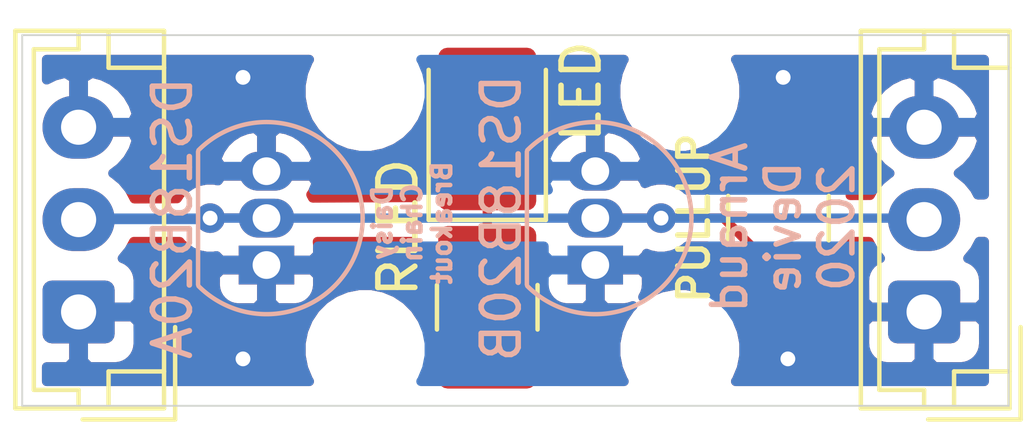
<source format=kicad_pcb>
(kicad_pcb (version 20171130) (host pcbnew 5.1.6-c6e7f7d~86~ubuntu18.04.1)

  (general
    (thickness 1.6)
    (drawings 6)
    (tracks 20)
    (zones 0)
    (modules 11)
    (nets 5)
  )

  (page A4)
  (layers
    (0 F.Cu signal)
    (31 B.Cu signal)
    (32 B.Adhes user)
    (33 F.Adhes user)
    (34 B.Paste user)
    (35 F.Paste user)
    (36 B.SilkS user)
    (37 F.SilkS user)
    (38 B.Mask user)
    (39 F.Mask user)
    (40 Dwgs.User user hide)
    (41 Cmts.User user hide)
    (42 Eco1.User user hide)
    (43 Eco2.User user hide)
    (44 Edge.Cuts user)
    (45 Margin user hide)
    (46 B.CrtYd user hide)
    (47 F.CrtYd user hide)
    (48 B.Fab user hide)
    (49 F.Fab user hide)
  )

  (setup
    (last_trace_width 0.25)
    (trace_clearance 0.2)
    (zone_clearance 0.508)
    (zone_45_only no)
    (trace_min 0.2)
    (via_size 0.8)
    (via_drill 0.4)
    (via_min_size 0.4)
    (via_min_drill 0.3)
    (uvia_size 0.3)
    (uvia_drill 0.1)
    (uvias_allowed no)
    (uvia_min_size 0.2)
    (uvia_min_drill 0.1)
    (edge_width 0.05)
    (segment_width 0.2)
    (pcb_text_width 0.3)
    (pcb_text_size 1.5 1.5)
    (mod_edge_width 0.12)
    (mod_text_size 1 1)
    (mod_text_width 0.15)
    (pad_size 1.524 1.524)
    (pad_drill 0.762)
    (pad_to_mask_clearance 0.05)
    (aux_axis_origin 0 0)
    (visible_elements FFFFFF7F)
    (pcbplotparams
      (layerselection 0x010fc_ffffffff)
      (usegerberextensions false)
      (usegerberattributes true)
      (usegerberadvancedattributes true)
      (creategerberjobfile true)
      (excludeedgelayer true)
      (linewidth 0.100000)
      (plotframeref false)
      (viasonmask false)
      (mode 1)
      (useauxorigin false)
      (hpglpennumber 1)
      (hpglpenspeed 20)
      (hpglpendiameter 15.000000)
      (psnegative false)
      (psa4output false)
      (plotreference true)
      (plotvalue true)
      (plotinvisibletext false)
      (padsonsilk false)
      (subtractmaskfromsilk false)
      (outputformat 1)
      (mirror false)
      (drillshape 1)
      (scaleselection 1)
      (outputdirectory ""))
  )

  (net 0 "")
  (net 1 VCC)
  (net 2 "Net-(D1-Pad1)")
  (net 3 SIG)
  (net 4 GND)

  (net_class Default "This is the default net class."
    (clearance 0.2)
    (trace_width 0.25)
    (via_dia 0.8)
    (via_drill 0.4)
    (uvia_dia 0.3)
    (uvia_drill 0.1)
    (add_net GND)
    (add_net "Net-(D1-Pad1)")
    (add_net SIG)
    (add_net VCC)
  )

  (module MountingHole:MountingHole_2.2mm_M2 (layer F.Cu) (tedit 56D1B4CB) (tstamp 5EEB14DF)
    (at 115.697 118.491)
    (descr "Mounting Hole 2.2mm, no annular, M2")
    (tags "mounting hole 2.2mm no annular m2")
    (path /5EEBBF9D)
    (attr virtual)
    (fp_text reference H4 (at 0 -3.2) (layer F.SilkS) hide
      (effects (font (size 1 1) (thickness 0.15)))
    )
    (fp_text value MountingHole (at 0 3.2) (layer F.Fab)
      (effects (font (size 1 1) (thickness 0.15)))
    )
    (fp_text user %R (at 0.3 0) (layer F.Fab)
      (effects (font (size 1 1) (thickness 0.15)))
    )
    (fp_circle (center 0 0) (end 2.2 0) (layer Cmts.User) (width 0.15))
    (fp_circle (center 0 0) (end 2.45 0) (layer F.CrtYd) (width 0.05))
    (pad 1 np_thru_hole circle (at 0 0) (size 2.2 2.2) (drill 2.2) (layers *.Cu *.Mask))
  )

  (module MountingHole:MountingHole_2.2mm_M2 (layer F.Cu) (tedit 56D1B4CB) (tstamp 5EEB155C)
    (at 124.206 118.491)
    (descr "Mounting Hole 2.2mm, no annular, M2")
    (tags "mounting hole 2.2mm no annular m2")
    (path /5EEBBA70)
    (attr virtual)
    (fp_text reference H3 (at 0 -3.2) (layer F.SilkS) hide
      (effects (font (size 1 1) (thickness 0.15)))
    )
    (fp_text value MountingHole (at 0 3.2) (layer F.Fab)
      (effects (font (size 1 1) (thickness 0.15)))
    )
    (fp_text user %R (at 0.3 0) (layer F.Fab)
      (effects (font (size 1 1) (thickness 0.15)))
    )
    (fp_circle (center 0 0) (end 2.2 0) (layer Cmts.User) (width 0.15))
    (fp_circle (center 0 0) (end 2.45 0) (layer F.CrtYd) (width 0.05))
    (pad 1 np_thru_hole circle (at 0 0) (size 2.2 2.2) (drill 2.2) (layers *.Cu *.Mask))
  )

  (module MountingHole:MountingHole_2.2mm_M2 (layer F.Cu) (tedit 56D1B4CB) (tstamp 5EEB0594)
    (at 124.206 125.476)
    (descr "Mounting Hole 2.2mm, no annular, M2")
    (tags "mounting hole 2.2mm no annular m2")
    (path /5EEBBC3D)
    (attr virtual)
    (fp_text reference H2 (at 0 -3.2) (layer F.SilkS) hide
      (effects (font (size 1 1) (thickness 0.15)))
    )
    (fp_text value MountingHole (at 0 3.2) (layer F.Fab)
      (effects (font (size 1 1) (thickness 0.15)))
    )
    (fp_text user %R (at 0.3 0) (layer F.Fab)
      (effects (font (size 1 1) (thickness 0.15)))
    )
    (fp_circle (center 0 0) (end 2.2 0) (layer Cmts.User) (width 0.15))
    (fp_circle (center 0 0) (end 2.45 0) (layer F.CrtYd) (width 0.05))
    (pad 1 np_thru_hole circle (at 0 0) (size 2.2 2.2) (drill 2.2) (layers *.Cu *.Mask))
  )

  (module MountingHole:MountingHole_2.2mm_M2 (layer F.Cu) (tedit 56D1B4CB) (tstamp 5EEB14A9)
    (at 115.697 125.476)
    (descr "Mounting Hole 2.2mm, no annular, M2")
    (tags "mounting hole 2.2mm no annular m2")
    (path /5EEBA586)
    (attr virtual)
    (fp_text reference H1 (at 0 -3.2) (layer F.SilkS) hide
      (effects (font (size 1 1) (thickness 0.15)))
    )
    (fp_text value MountingHole (at 0 3.2) (layer F.Fab)
      (effects (font (size 1 1) (thickness 0.15)))
    )
    (fp_text user %R (at 0.3 0) (layer F.Fab)
      (effects (font (size 1 1) (thickness 0.15)))
    )
    (fp_circle (center 0 0) (end 2.2 0) (layer Cmts.User) (width 0.15))
    (fp_circle (center 0 0) (end 2.45 0) (layer F.CrtYd) (width 0.05))
    (pad 1 np_thru_hole circle (at 0 0) (size 2.2 2.2) (drill 2.2) (layers *.Cu *.Mask))
  )

  (module Package_TO_SOT_THT:TO-92_Inline (layer B.Cu) (tedit 5A1DD157) (tstamp 5EEB16D5)
    (at 113.03 123.19 90)
    (descr "TO-92 leads in-line, narrow, oval pads, drill 0.75mm (see NXP sot054_po.pdf)")
    (tags "to-92 sc-43 sc-43a sot54 PA33 transistor")
    (path /5EEAA45C)
    (fp_text reference DS18B20A (at 1.27 -2.54 270) (layer B.SilkS)
      (effects (font (size 1 1) (thickness 0.15)) (justify mirror))
    )
    (fp_text value DS18B20 (at 1.27 -2.79 270) (layer B.Fab)
      (effects (font (size 1 1) (thickness 0.15)) (justify mirror))
    )
    (fp_arc (start 1.27 0) (end 1.27 2.6) (angle -135) (layer B.SilkS) (width 0.12))
    (fp_arc (start 1.27 0) (end 1.27 2.48) (angle 135) (layer B.Fab) (width 0.1))
    (fp_arc (start 1.27 0) (end 1.27 2.6) (angle 135) (layer B.SilkS) (width 0.12))
    (fp_arc (start 1.27 0) (end 1.27 2.48) (angle -135) (layer B.Fab) (width 0.1))
    (fp_text user %R (at 1.27 3.56 270) (layer B.Fab)
      (effects (font (size 1 1) (thickness 0.15)) (justify mirror))
    )
    (fp_line (start -0.53 -1.85) (end 3.07 -1.85) (layer B.SilkS) (width 0.12))
    (fp_line (start -0.5 -1.75) (end 3 -1.75) (layer B.Fab) (width 0.1))
    (fp_line (start -1.46 2.73) (end 4 2.73) (layer B.CrtYd) (width 0.05))
    (fp_line (start -1.46 2.73) (end -1.46 -2.01) (layer B.CrtYd) (width 0.05))
    (fp_line (start 4 -2.01) (end 4 2.73) (layer B.CrtYd) (width 0.05))
    (fp_line (start 4 -2.01) (end -1.46 -2.01) (layer B.CrtYd) (width 0.05))
    (pad 1 thru_hole rect (at 0 0 90) (size 1.05 1.5) (drill 0.75) (layers *.Cu *.Mask)
      (net 4 GND))
    (pad 3 thru_hole oval (at 2.54 0 90) (size 1.05 1.5) (drill 0.75) (layers *.Cu *.Mask)
      (net 1 VCC))
    (pad 2 thru_hole oval (at 1.27 0 90) (size 1.05 1.5) (drill 0.75) (layers *.Cu *.Mask)
      (net 3 SIG))
    (model ${KISYS3DMOD}/Package_TO_SOT_THT.3dshapes/TO-92_Inline.wrl
      (at (xyz 0 0 0))
      (scale (xyz 1 1 1))
      (rotate (xyz 0 0 0))
    )
  )

  (module Package_TO_SOT_THT:TO-92_Inline (layer B.Cu) (tedit 5A1DD157) (tstamp 5EEAFA34)
    (at 121.92 123.19 90)
    (descr "TO-92 leads in-line, narrow, oval pads, drill 0.75mm (see NXP sot054_po.pdf)")
    (tags "to-92 sc-43 sc-43a sot54 PA33 transistor")
    (path /5EEB0EAF)
    (fp_text reference DS18B20B (at 1.27 -2.54 270) (layer B.SilkS)
      (effects (font (size 1 1) (thickness 0.15)) (justify mirror))
    )
    (fp_text value DS18B20 (at 1.27 -2.79 270) (layer B.Fab)
      (effects (font (size 1 1) (thickness 0.15)) (justify mirror))
    )
    (fp_arc (start 1.27 0) (end 1.27 2.6) (angle -135) (layer B.SilkS) (width 0.12))
    (fp_arc (start 1.27 0) (end 1.27 2.48) (angle 135) (layer B.Fab) (width 0.1))
    (fp_arc (start 1.27 0) (end 1.27 2.6) (angle 135) (layer B.SilkS) (width 0.12))
    (fp_arc (start 1.27 0) (end 1.27 2.48) (angle -135) (layer B.Fab) (width 0.1))
    (fp_text user %R (at 1.27 3.56 270) (layer B.Fab)
      (effects (font (size 1 1) (thickness 0.15)) (justify mirror))
    )
    (fp_line (start -0.53 -1.85) (end 3.07 -1.85) (layer B.SilkS) (width 0.12))
    (fp_line (start -0.5 -1.75) (end 3 -1.75) (layer B.Fab) (width 0.1))
    (fp_line (start -1.46 2.73) (end 4 2.73) (layer B.CrtYd) (width 0.05))
    (fp_line (start -1.46 2.73) (end -1.46 -2.01) (layer B.CrtYd) (width 0.05))
    (fp_line (start 4 -2.01) (end 4 2.73) (layer B.CrtYd) (width 0.05))
    (fp_line (start 4 -2.01) (end -1.46 -2.01) (layer B.CrtYd) (width 0.05))
    (pad 1 thru_hole rect (at 0 0 90) (size 1.05 1.5) (drill 0.75) (layers *.Cu *.Mask)
      (net 4 GND))
    (pad 3 thru_hole oval (at 2.54 0 90) (size 1.05 1.5) (drill 0.75) (layers *.Cu *.Mask)
      (net 1 VCC))
    (pad 2 thru_hole oval (at 1.27 0 90) (size 1.05 1.5) (drill 0.75) (layers *.Cu *.Mask)
      (net 3 SIG))
    (model ${KISYS3DMOD}/Package_TO_SOT_THT.3dshapes/TO-92_Inline.wrl
      (at (xyz 0 0 0))
      (scale (xyz 1 1 1))
      (rotate (xyz 0 0 0))
    )
  )

  (module Resistor_SMD:R_1210_3225Metric_Pad1.42x2.65mm_HandSolder (layer F.Cu) (tedit 5B301BBD) (tstamp 5EEB0217)
    (at 126.873 121.92 270)
    (descr "Resistor SMD 1210 (3225 Metric), square (rectangular) end terminal, IPC_7351 nominal with elongated pad for handsoldering. (Body size source: http://www.tortai-tech.com/upload/download/2011102023233369053.pdf), generated with kicad-footprint-generator")
    (tags "resistor handsolder")
    (path /5EEAE6D1)
    (attr smd)
    (fp_text reference PULLUP (at 0 2.286 90) (layer F.SilkS)
      (effects (font (size 0.8 0.8) (thickness 0.15)))
    )
    (fp_text value R_Small_U (at 0 2.28 90) (layer F.Fab)
      (effects (font (size 1 1) (thickness 0.15)))
    )
    (fp_text user %R (at 0 0 90) (layer F.Fab)
      (effects (font (size 0.8 0.8) (thickness 0.12)))
    )
    (fp_line (start -1.6 1.25) (end -1.6 -1.25) (layer F.Fab) (width 0.1))
    (fp_line (start -1.6 -1.25) (end 1.6 -1.25) (layer F.Fab) (width 0.1))
    (fp_line (start 1.6 -1.25) (end 1.6 1.25) (layer F.Fab) (width 0.1))
    (fp_line (start 1.6 1.25) (end -1.6 1.25) (layer F.Fab) (width 0.1))
    (fp_line (start -0.602064 -1.36) (end 0.602064 -1.36) (layer F.SilkS) (width 0.12))
    (fp_line (start -0.602064 1.36) (end 0.602064 1.36) (layer F.SilkS) (width 0.12))
    (fp_line (start -2.45 1.58) (end -2.45 -1.58) (layer F.CrtYd) (width 0.05))
    (fp_line (start -2.45 -1.58) (end 2.45 -1.58) (layer F.CrtYd) (width 0.05))
    (fp_line (start 2.45 -1.58) (end 2.45 1.58) (layer F.CrtYd) (width 0.05))
    (fp_line (start 2.45 1.58) (end -2.45 1.58) (layer F.CrtYd) (width 0.05))
    (pad 2 smd roundrect (at 1.4875 0 270) (size 1.425 2.65) (layers F.Cu F.Paste F.Mask) (roundrect_rratio 0.175439)
      (net 3 SIG))
    (pad 1 smd roundrect (at -1.4875 0 270) (size 1.425 2.65) (layers F.Cu F.Paste F.Mask) (roundrect_rratio 0.175439)
      (net 1 VCC))
    (model ${KISYS3DMOD}/Resistor_SMD.3dshapes/R_1210_3225Metric.wrl
      (at (xyz 0 0 0))
      (scale (xyz 1 1 1))
      (rotate (xyz 0 0 0))
    )
  )

  (module Resistor_SMD:R_1210_3225Metric_Pad1.42x2.65mm_HandSolder (layer F.Cu) (tedit 5B301BBD) (tstamp 5EEB15D2)
    (at 118.999 124.333 270)
    (descr "Resistor SMD 1210 (3225 Metric), square (rectangular) end terminal, IPC_7351 nominal with elongated pad for handsoldering. (Body size source: http://www.tortai-tech.com/upload/download/2011102023233369053.pdf), generated with kicad-footprint-generator")
    (tags "resistor handsolder")
    (path /5EEB362F)
    (attr smd)
    (fp_text reference RLED (at -2.159 2.413 90) (layer F.SilkS)
      (effects (font (size 1 1) (thickness 0.15)))
    )
    (fp_text value R_Small_U (at 0 2.28 90) (layer F.Fab)
      (effects (font (size 1 1) (thickness 0.15)))
    )
    (fp_text user %R (at 0 0 90) (layer F.Fab)
      (effects (font (size 0.8 0.8) (thickness 0.12)))
    )
    (fp_line (start -1.6 1.25) (end -1.6 -1.25) (layer F.Fab) (width 0.1))
    (fp_line (start -1.6 -1.25) (end 1.6 -1.25) (layer F.Fab) (width 0.1))
    (fp_line (start 1.6 -1.25) (end 1.6 1.25) (layer F.Fab) (width 0.1))
    (fp_line (start 1.6 1.25) (end -1.6 1.25) (layer F.Fab) (width 0.1))
    (fp_line (start -0.602064 -1.36) (end 0.602064 -1.36) (layer F.SilkS) (width 0.12))
    (fp_line (start -0.602064 1.36) (end 0.602064 1.36) (layer F.SilkS) (width 0.12))
    (fp_line (start -2.45 1.58) (end -2.45 -1.58) (layer F.CrtYd) (width 0.05))
    (fp_line (start -2.45 -1.58) (end 2.45 -1.58) (layer F.CrtYd) (width 0.05))
    (fp_line (start 2.45 -1.58) (end 2.45 1.58) (layer F.CrtYd) (width 0.05))
    (fp_line (start 2.45 1.58) (end -2.45 1.58) (layer F.CrtYd) (width 0.05))
    (pad 2 smd roundrect (at 1.4875 0 270) (size 1.425 2.65) (layers F.Cu F.Paste F.Mask) (roundrect_rratio 0.175439)
      (net 4 GND))
    (pad 1 smd roundrect (at -1.4875 0 270) (size 1.425 2.65) (layers F.Cu F.Paste F.Mask) (roundrect_rratio 0.175439)
      (net 2 "Net-(D1-Pad1)"))
    (model ${KISYS3DMOD}/Resistor_SMD.3dshapes/R_1210_3225Metric.wrl
      (at (xyz 0 0 0))
      (scale (xyz 1 1 1))
      (rotate (xyz 0 0 0))
    )
  )

  (module Connector_JST:JST_EH_B3B-EH-A_1x03_P2.50mm_Vertical (layer F.Cu) (tedit 5C28142C) (tstamp 5EEAFA00)
    (at 130.81 124.46 90)
    (descr "JST EH series connector, B3B-EH-A (http://www.jst-mfg.com/product/pdf/eng/eEH.pdf), generated with kicad-footprint-generator")
    (tags "connector JST EH vertical")
    (path /5EEAA68E)
    (fp_text reference J_OUT1 (at 2.5 -2.8 90) (layer F.SilkS) hide
      (effects (font (size 1 1) (thickness 0.15)))
    )
    (fp_text value Screw_Terminal_01x0 (at 2.54 3.4 90) (layer F.Fab)
      (effects (font (size 1 1) (thickness 0.15)))
    )
    (fp_text user %R (at 2.5 1.5 90) (layer F.Fab)
      (effects (font (size 1 1) (thickness 0.15)))
    )
    (fp_line (start -2.5 -1.6) (end -2.5 2.2) (layer F.Fab) (width 0.1))
    (fp_line (start -2.5 2.2) (end 7.5 2.2) (layer F.Fab) (width 0.1))
    (fp_line (start 7.5 2.2) (end 7.5 -1.6) (layer F.Fab) (width 0.1))
    (fp_line (start 7.5 -1.6) (end -2.5 -1.6) (layer F.Fab) (width 0.1))
    (fp_line (start -3 -2.1) (end -3 2.7) (layer F.CrtYd) (width 0.05))
    (fp_line (start -3 2.7) (end 8 2.7) (layer F.CrtYd) (width 0.05))
    (fp_line (start 8 2.7) (end 8 -2.1) (layer F.CrtYd) (width 0.05))
    (fp_line (start 8 -2.1) (end -3 -2.1) (layer F.CrtYd) (width 0.05))
    (fp_line (start -2.61 -1.71) (end -2.61 2.31) (layer F.SilkS) (width 0.12))
    (fp_line (start -2.61 2.31) (end 7.61 2.31) (layer F.SilkS) (width 0.12))
    (fp_line (start 7.61 2.31) (end 7.61 -1.71) (layer F.SilkS) (width 0.12))
    (fp_line (start 7.61 -1.71) (end -2.61 -1.71) (layer F.SilkS) (width 0.12))
    (fp_line (start -2.61 0) (end -2.11 0) (layer F.SilkS) (width 0.12))
    (fp_line (start -2.11 0) (end -2.11 -1.21) (layer F.SilkS) (width 0.12))
    (fp_line (start -2.11 -1.21) (end 7.11 -1.21) (layer F.SilkS) (width 0.12))
    (fp_line (start 7.11 -1.21) (end 7.11 0) (layer F.SilkS) (width 0.12))
    (fp_line (start 7.11 0) (end 7.61 0) (layer F.SilkS) (width 0.12))
    (fp_line (start -2.61 0.81) (end -1.61 0.81) (layer F.SilkS) (width 0.12))
    (fp_line (start -1.61 0.81) (end -1.61 2.31) (layer F.SilkS) (width 0.12))
    (fp_line (start 7.61 0.81) (end 6.61 0.81) (layer F.SilkS) (width 0.12))
    (fp_line (start 6.61 0.81) (end 6.61 2.31) (layer F.SilkS) (width 0.12))
    (fp_line (start -2.91 0.11) (end -2.91 2.61) (layer F.SilkS) (width 0.12))
    (fp_line (start -2.91 2.61) (end -0.41 2.61) (layer F.SilkS) (width 0.12))
    (fp_line (start -2.91 0.11) (end -2.91 2.61) (layer F.Fab) (width 0.1))
    (fp_line (start -2.91 2.61) (end -0.41 2.61) (layer F.Fab) (width 0.1))
    (pad 3 thru_hole oval (at 5 0 90) (size 1.7 1.95) (drill 0.95) (layers *.Cu *.Mask)
      (net 1 VCC))
    (pad 2 thru_hole oval (at 2.5 0 90) (size 1.7 1.95) (drill 0.95) (layers *.Cu *.Mask)
      (net 3 SIG))
    (pad 1 thru_hole roundrect (at 0 0 90) (size 1.7 1.95) (drill 0.95) (layers *.Cu *.Mask) (roundrect_rratio 0.147059)
      (net 4 GND))
    (model ${KISYS3DMOD}/Connector_JST.3dshapes/JST_EH_B3B-EH-A_1x03_P2.50mm_Vertical.wrl
      (at (xyz 0 0 0))
      (scale (xyz 1 1 1))
      (rotate (xyz 0 0 0))
    )
  )

  (module Connector_JST:JST_EH_B3B-EH-A_1x03_P2.50mm_Vertical (layer F.Cu) (tedit 5C28142C) (tstamp 5EEAF9DF)
    (at 107.95 124.46 90)
    (descr "JST EH series connector, B3B-EH-A (http://www.jst-mfg.com/product/pdf/eng/eEH.pdf), generated with kicad-footprint-generator")
    (tags "connector JST EH vertical")
    (path /5EEAB1D8)
    (fp_text reference J_IN1 (at 2.5 -2.8 90) (layer F.SilkS) hide
      (effects (font (size 1 1) (thickness 0.15)))
    )
    (fp_text value Screw_Terminal_01x03 (at 2.5 3.4 90) (layer F.Fab)
      (effects (font (size 1 1) (thickness 0.15)))
    )
    (fp_text user %R (at 2.5 1.5 90) (layer F.Fab)
      (effects (font (size 1 1) (thickness 0.15)))
    )
    (fp_line (start -2.5 -1.6) (end -2.5 2.2) (layer F.Fab) (width 0.1))
    (fp_line (start -2.5 2.2) (end 7.5 2.2) (layer F.Fab) (width 0.1))
    (fp_line (start 7.5 2.2) (end 7.5 -1.6) (layer F.Fab) (width 0.1))
    (fp_line (start 7.5 -1.6) (end -2.5 -1.6) (layer F.Fab) (width 0.1))
    (fp_line (start -3 -2.1) (end -3 2.7) (layer F.CrtYd) (width 0.05))
    (fp_line (start -3 2.7) (end 8 2.7) (layer F.CrtYd) (width 0.05))
    (fp_line (start 8 2.7) (end 8 -2.1) (layer F.CrtYd) (width 0.05))
    (fp_line (start 8 -2.1) (end -3 -2.1) (layer F.CrtYd) (width 0.05))
    (fp_line (start -2.61 -1.71) (end -2.61 2.31) (layer F.SilkS) (width 0.12))
    (fp_line (start -2.61 2.31) (end 7.61 2.31) (layer F.SilkS) (width 0.12))
    (fp_line (start 7.61 2.31) (end 7.61 -1.71) (layer F.SilkS) (width 0.12))
    (fp_line (start 7.61 -1.71) (end -2.61 -1.71) (layer F.SilkS) (width 0.12))
    (fp_line (start -2.61 0) (end -2.11 0) (layer F.SilkS) (width 0.12))
    (fp_line (start -2.11 0) (end -2.11 -1.21) (layer F.SilkS) (width 0.12))
    (fp_line (start -2.11 -1.21) (end 7.11 -1.21) (layer F.SilkS) (width 0.12))
    (fp_line (start 7.11 -1.21) (end 7.11 0) (layer F.SilkS) (width 0.12))
    (fp_line (start 7.11 0) (end 7.61 0) (layer F.SilkS) (width 0.12))
    (fp_line (start -2.61 0.81) (end -1.61 0.81) (layer F.SilkS) (width 0.12))
    (fp_line (start -1.61 0.81) (end -1.61 2.31) (layer F.SilkS) (width 0.12))
    (fp_line (start 7.61 0.81) (end 6.61 0.81) (layer F.SilkS) (width 0.12))
    (fp_line (start 6.61 0.81) (end 6.61 2.31) (layer F.SilkS) (width 0.12))
    (fp_line (start -2.91 0.11) (end -2.91 2.61) (layer F.SilkS) (width 0.12))
    (fp_line (start -2.91 2.61) (end -0.41 2.61) (layer F.SilkS) (width 0.12))
    (fp_line (start -2.91 0.11) (end -2.91 2.61) (layer F.Fab) (width 0.1))
    (fp_line (start -2.91 2.61) (end -0.41 2.61) (layer F.Fab) (width 0.1))
    (pad 3 thru_hole oval (at 5 0 90) (size 1.7 1.95) (drill 0.95) (layers *.Cu *.Mask)
      (net 1 VCC))
    (pad 2 thru_hole oval (at 2.5 0 90) (size 1.7 1.95) (drill 0.95) (layers *.Cu *.Mask)
      (net 3 SIG))
    (pad 1 thru_hole roundrect (at 0 0 90) (size 1.7 1.95) (drill 0.95) (layers *.Cu *.Mask) (roundrect_rratio 0.147059)
      (net 4 GND))
    (model ${KISYS3DMOD}/Connector_JST.3dshapes/JST_EH_B3B-EH-A_1x03_P2.50mm_Vertical.wrl
      (at (xyz 0 0 0))
      (scale (xyz 1 1 1))
      (rotate (xyz 0 0 0))
    )
  )

  (module LED_SMD:LED_1210_3225Metric_Pad1.42x2.65mm_HandSolder (layer F.Cu) (tedit 5B4B45C9) (tstamp 5EEB01D1)
    (at 118.999 119.507 90)
    (descr "LED SMD 1210 (3225 Metric), square (rectangular) end terminal, IPC_7351 nominal, (Body size source: http://www.tortai-tech.com/upload/download/2011102023233369053.pdf), generated with kicad-footprint-generator")
    (tags "LED handsolder")
    (path /5EEB321D)
    (attr smd)
    (fp_text reference LED (at 1.016 2.54 90) (layer F.SilkS)
      (effects (font (size 1 1) (thickness 0.15)))
    )
    (fp_text value LED (at 0 2.28 90) (layer F.Fab)
      (effects (font (size 1 1) (thickness 0.15)))
    )
    (fp_text user %R (at 0 0 90) (layer F.Fab)
      (effects (font (size 0.8 0.8) (thickness 0.12)))
    )
    (fp_line (start 1.6 -1.25) (end -0.975 -1.25) (layer F.Fab) (width 0.1))
    (fp_line (start -0.975 -1.25) (end -1.6 -0.625) (layer F.Fab) (width 0.1))
    (fp_line (start -1.6 -0.625) (end -1.6 1.25) (layer F.Fab) (width 0.1))
    (fp_line (start -1.6 1.25) (end 1.6 1.25) (layer F.Fab) (width 0.1))
    (fp_line (start 1.6 1.25) (end 1.6 -1.25) (layer F.Fab) (width 0.1))
    (fp_line (start 1.6 -1.585) (end -2.46 -1.585) (layer F.SilkS) (width 0.12))
    (fp_line (start -2.46 -1.585) (end -2.46 1.585) (layer F.SilkS) (width 0.12))
    (fp_line (start -2.46 1.585) (end 1.6 1.585) (layer F.SilkS) (width 0.12))
    (fp_line (start -2.45 1.58) (end -2.45 -1.58) (layer F.CrtYd) (width 0.05))
    (fp_line (start -2.45 -1.58) (end 2.45 -1.58) (layer F.CrtYd) (width 0.05))
    (fp_line (start 2.45 -1.58) (end 2.45 1.58) (layer F.CrtYd) (width 0.05))
    (fp_line (start 2.45 1.58) (end -2.45 1.58) (layer F.CrtYd) (width 0.05))
    (pad 2 smd roundrect (at 1.4875 0 90) (size 1.425 2.65) (layers F.Cu F.Paste F.Mask) (roundrect_rratio 0.175439)
      (net 1 VCC))
    (pad 1 smd roundrect (at -1.4875 0 90) (size 1.425 2.65) (layers F.Cu F.Paste F.Mask) (roundrect_rratio 0.175439)
      (net 2 "Net-(D1-Pad1)"))
    (model ${KISYS3DMOD}/LED_SMD.3dshapes/LED_1210_3225Metric.wrl
      (at (xyz 0 0 0))
      (scale (xyz 1 1 1))
      (rotate (xyz 0 0 0))
    )
  )

  (gr_text "Daisy\nChain\nBreakout" (at 116.967 122.047 90) (layer B.SilkS)
    (effects (font (size 0.5 0.5) (thickness 0.125)) (justify mirror))
  )
  (gr_text "Arnaud\nDevie\n2020" (at 127 122.174 90) (layer B.SilkS)
    (effects (font (size 0.9 0.9) (thickness 0.15)) (justify mirror))
  )
  (gr_line (start 133.096 116.967) (end 106.426 116.967) (layer Edge.Cuts) (width 0.05) (tstamp 5EEB03E2))
  (gr_line (start 133.096 127) (end 133.096 116.967) (layer Edge.Cuts) (width 0.05))
  (gr_line (start 106.426 127) (end 133.096 127) (layer Edge.Cuts) (width 0.05))
  (gr_line (start 106.426 116.967) (end 106.426 127) (layer Edge.Cuts) (width 0.05))

  (via (at 112.395 118.11) (size 0.8) (drill 0.4) (layers F.Cu B.Cu) (net 1))
  (via (at 127 118.11) (size 0.8) (drill 0.4) (layers F.Cu B.Cu) (net 1))
  (via (at 127.127 125.73) (size 0.8) (drill 0.4) (layers F.Cu B.Cu) (net 4))
  (via (at 112.395 125.73) (size 0.8) (drill 0.4) (layers F.Cu B.Cu) (net 4))
  (segment (start 118.999 120.9945) (end 118.999 122.8455) (width 0.25) (layer F.Cu) (net 2))
  (segment (start 107.95 121.96) (end 111.466 121.96) (width 0.25) (layer B.Cu) (net 3))
  (via (at 111.506 121.92) (size 0.8) (drill 0.4) (layers F.Cu B.Cu) (net 3))
  (segment (start 111.466 121.96) (end 111.506 121.92) (width 0.25) (layer B.Cu) (net 3))
  (segment (start 111.506 121.92) (end 113.03 121.92) (width 0.25) (layer F.Cu) (net 3))
  (segment (start 111.506 121.92) (end 121.92 121.92) (width 0.25) (layer B.Cu) (net 3))
  (segment (start 130.77 121.92) (end 130.81 121.96) (width 0.25) (layer B.Cu) (net 3))
  (segment (start 107.99 121.92) (end 107.95 121.96) (width 0.25) (layer B.Cu) (net 3))
  (segment (start 113.03 121.92) (end 107.99 121.92) (width 0.25) (layer B.Cu) (net 3))
  (via (at 123.698 121.92) (size 0.8) (drill 0.4) (layers F.Cu B.Cu) (net 3))
  (segment (start 123.571 121.92) (end 123.698 121.92) (width 0.25) (layer B.Cu) (net 3))
  (segment (start 123.571 121.92) (end 130.77 121.92) (width 0.25) (layer B.Cu) (net 3))
  (segment (start 121.92 121.92) (end 123.571 121.92) (width 0.25) (layer B.Cu) (net 3))
  (segment (start 125.3855 121.92) (end 126.873 123.4075) (width 0.25) (layer F.Cu) (net 3))
  (segment (start 123.698 121.92) (end 125.3855 121.92) (width 0.25) (layer F.Cu) (net 3))
  (segment (start 123.698 121.92) (end 121.92 121.92) (width 0.25) (layer F.Cu) (net 3))

  (zone (net 4) (net_name GND) (layer F.Cu) (tstamp 0) (hatch edge 0.508)
    (connect_pads (clearance 0.508))
    (min_thickness 0.254)
    (fill yes (arc_segments 32) (thermal_gap 0.508) (thermal_bridge_width 0.508))
    (polygon
      (pts
        (xy 132.969 127) (xy 106.426 127) (xy 106.426 122.428) (xy 132.969 122.428)
      )
    )
    (filled_polygon
      (pts
        (xy 129.444294 122.789014) (xy 129.625608 123.009945) (xy 129.59082 123.020498) (xy 129.480506 123.079463) (xy 129.383815 123.158815)
        (xy 129.304463 123.255506) (xy 129.245498 123.36582) (xy 129.209188 123.485518) (xy 129.196928 123.61) (xy 129.2 124.17425)
        (xy 129.35875 124.333) (xy 130.683 124.333) (xy 130.683 124.313) (xy 130.937 124.313) (xy 130.937 124.333)
        (xy 132.26125 124.333) (xy 132.42 124.17425) (xy 132.423072 123.61) (xy 132.410812 123.485518) (xy 132.374502 123.36582)
        (xy 132.315537 123.255506) (xy 132.236185 123.158815) (xy 132.139494 123.079463) (xy 132.02918 123.020498) (xy 131.994392 123.009945)
        (xy 132.175706 122.789014) (xy 132.300789 122.555) (xy 132.436 122.555) (xy 132.436 126.34) (xy 125.715361 126.34)
        (xy 125.743537 126.297831) (xy 125.874325 125.982081) (xy 125.941 125.646883) (xy 125.941 125.31) (xy 129.196928 125.31)
        (xy 129.209188 125.434482) (xy 129.245498 125.55418) (xy 129.304463 125.664494) (xy 129.383815 125.761185) (xy 129.480506 125.840537)
        (xy 129.59082 125.899502) (xy 129.710518 125.935812) (xy 129.835 125.948072) (xy 130.52425 125.945) (xy 130.683 125.78625)
        (xy 130.683 124.587) (xy 130.937 124.587) (xy 130.937 125.78625) (xy 131.09575 125.945) (xy 131.785 125.948072)
        (xy 131.909482 125.935812) (xy 132.02918 125.899502) (xy 132.139494 125.840537) (xy 132.236185 125.761185) (xy 132.315537 125.664494)
        (xy 132.374502 125.55418) (xy 132.410812 125.434482) (xy 132.423072 125.31) (xy 132.42 124.74575) (xy 132.26125 124.587)
        (xy 130.937 124.587) (xy 130.683 124.587) (xy 129.35875 124.587) (xy 129.2 124.74575) (xy 129.196928 125.31)
        (xy 125.941 125.31) (xy 125.941 125.305117) (xy 125.874325 124.969919) (xy 125.786089 124.756899) (xy 125.798 124.758072)
        (xy 127.948 124.758072) (xy 128.121254 124.741008) (xy 128.28785 124.690472) (xy 128.441386 124.608405) (xy 128.575962 124.497962)
        (xy 128.686405 124.363386) (xy 128.768472 124.20985) (xy 128.819008 124.043254) (xy 128.836072 123.87) (xy 128.836072 122.945)
        (xy 128.819008 122.771746) (xy 128.768472 122.60515) (xy 128.741666 122.555) (xy 129.319211 122.555)
      )
    )
    (filled_polygon
      (pts
        (xy 110.702063 122.579774) (xy 110.846226 122.723937) (xy 111.015744 122.837205) (xy 111.204102 122.915226) (xy 111.404061 122.955)
        (xy 111.607939 122.955) (xy 111.681181 122.940431) (xy 111.80375 123.063) (xy 112.576891 123.063) (xy 112.5776 123.063215)
        (xy 112.748021 123.08) (xy 113.311979 123.08) (xy 113.4824 123.063215) (xy 113.483109 123.063) (xy 114.25625 123.063)
        (xy 114.415 122.90425) (xy 114.418072 122.665) (xy 114.407238 122.555) (xy 117.035928 122.555) (xy 117.035928 123.308)
        (xy 117.052992 123.481254) (xy 117.103528 123.64785) (xy 117.185595 123.801386) (xy 117.296038 123.935962) (xy 117.430614 124.046405)
        (xy 117.58415 124.128472) (xy 117.750746 124.179008) (xy 117.924 124.196072) (xy 120.074 124.196072) (xy 120.247254 124.179008)
        (xy 120.41385 124.128472) (xy 120.567386 124.046405) (xy 120.608907 124.012329) (xy 120.639463 124.069494) (xy 120.718815 124.166185)
        (xy 120.815506 124.245537) (xy 120.92582 124.304502) (xy 121.045518 124.340812) (xy 121.17 124.353072) (xy 121.63425 124.35)
        (xy 121.793 124.19125) (xy 121.793 123.317) (xy 121.773 123.317) (xy 121.773 123.08) (xy 122.201979 123.08)
        (xy 122.3724 123.063215) (xy 122.373109 123.063) (xy 123.14625 123.063) (xy 123.305 122.90425) (xy 123.305342 122.877632)
        (xy 123.396102 122.915226) (xy 123.596061 122.955) (xy 123.799939 122.955) (xy 123.999898 122.915226) (xy 124.188256 122.837205)
        (xy 124.357774 122.723937) (xy 124.401711 122.68) (xy 124.954823 122.68) (xy 124.926992 122.771746) (xy 124.909928 122.945)
        (xy 124.909928 123.87) (xy 124.911943 123.890461) (xy 124.712081 123.807675) (xy 124.376883 123.741) (xy 124.035117 123.741)
        (xy 123.699919 123.807675) (xy 123.384169 123.938463) (xy 123.207465 124.056533) (xy 123.259502 123.95918) (xy 123.295812 123.839482)
        (xy 123.308072 123.715) (xy 123.305 123.47575) (xy 123.14625 123.317) (xy 122.047 123.317) (xy 122.047 124.19125)
        (xy 122.20575 124.35) (xy 122.67 124.353072) (xy 122.794482 124.340812) (xy 122.91418 124.304502) (xy 122.934926 124.293413)
        (xy 122.858337 124.370002) (xy 122.668463 124.654169) (xy 122.537675 124.969919) (xy 122.471 125.305117) (xy 122.471 125.646883)
        (xy 122.537675 125.982081) (xy 122.668463 126.297831) (xy 122.696639 126.34) (xy 120.960683 126.34) (xy 120.959 126.10625)
        (xy 120.80025 125.9475) (xy 119.126 125.9475) (xy 119.126 125.9675) (xy 118.872 125.9675) (xy 118.872 125.9475)
        (xy 118.852 125.9475) (xy 118.852 125.6935) (xy 118.872 125.6935) (xy 118.872 124.63175) (xy 119.126 124.63175)
        (xy 119.126 125.6935) (xy 120.80025 125.6935) (xy 120.959 125.53475) (xy 120.962072 125.108) (xy 120.949812 124.983518)
        (xy 120.913502 124.86382) (xy 120.854537 124.753506) (xy 120.775185 124.656815) (xy 120.678494 124.577463) (xy 120.56818 124.518498)
        (xy 120.448482 124.482188) (xy 120.324 124.469928) (xy 119.28475 124.473) (xy 119.126 124.63175) (xy 118.872 124.63175)
        (xy 118.71325 124.473) (xy 117.674 124.469928) (xy 117.549518 124.482188) (xy 117.42982 124.518498) (xy 117.319506 124.577463)
        (xy 117.231527 124.649665) (xy 117.044663 124.370002) (xy 116.802998 124.128337) (xy 116.518831 123.938463) (xy 116.203081 123.807675)
        (xy 115.867883 123.741) (xy 115.526117 123.741) (xy 115.190919 123.807675) (xy 114.875169 123.938463) (xy 114.591002 124.128337)
        (xy 114.349337 124.370002) (xy 114.159463 124.654169) (xy 114.028675 124.969919) (xy 113.962 125.305117) (xy 113.962 125.646883)
        (xy 114.028675 125.982081) (xy 114.159463 126.297831) (xy 114.187639 126.34) (xy 107.086 126.34) (xy 107.086 125.947577)
        (xy 107.66425 125.945) (xy 107.823 125.78625) (xy 107.823 124.587) (xy 108.077 124.587) (xy 108.077 125.78625)
        (xy 108.23575 125.945) (xy 108.925 125.948072) (xy 109.049482 125.935812) (xy 109.16918 125.899502) (xy 109.279494 125.840537)
        (xy 109.376185 125.761185) (xy 109.455537 125.664494) (xy 109.514502 125.55418) (xy 109.550812 125.434482) (xy 109.563072 125.31)
        (xy 109.56 124.74575) (xy 109.40125 124.587) (xy 108.077 124.587) (xy 107.823 124.587) (xy 107.803 124.587)
        (xy 107.803 124.333) (xy 107.823 124.333) (xy 107.823 124.313) (xy 108.077 124.313) (xy 108.077 124.333)
        (xy 109.40125 124.333) (xy 109.56 124.17425) (xy 109.5625 123.715) (xy 111.641928 123.715) (xy 111.654188 123.839482)
        (xy 111.690498 123.95918) (xy 111.749463 124.069494) (xy 111.828815 124.166185) (xy 111.925506 124.245537) (xy 112.03582 124.304502)
        (xy 112.155518 124.340812) (xy 112.28 124.353072) (xy 112.74425 124.35) (xy 112.903 124.19125) (xy 112.903 123.317)
        (xy 113.157 123.317) (xy 113.157 124.19125) (xy 113.31575 124.35) (xy 113.78 124.353072) (xy 113.904482 124.340812)
        (xy 114.02418 124.304502) (xy 114.134494 124.245537) (xy 114.231185 124.166185) (xy 114.310537 124.069494) (xy 114.369502 123.95918)
        (xy 114.405812 123.839482) (xy 114.418072 123.715) (xy 114.415 123.47575) (xy 114.25625 123.317) (xy 113.157 123.317)
        (xy 112.903 123.317) (xy 111.80375 123.317) (xy 111.645 123.47575) (xy 111.641928 123.715) (xy 109.5625 123.715)
        (xy 109.563072 123.61) (xy 109.550812 123.485518) (xy 109.514502 123.36582) (xy 109.455537 123.255506) (xy 109.376185 123.158815)
        (xy 109.279494 123.079463) (xy 109.16918 123.020498) (xy 109.134392 123.009945) (xy 109.315706 122.789014) (xy 109.440789 122.555)
        (xy 110.68551 122.555)
      )
    )
  )
  (zone (net 4) (net_name GND) (layer B.Cu) (tstamp 0) (hatch edge 0.508)
    (connect_pads (clearance 0.508))
    (min_thickness 0.254)
    (fill yes (arc_segments 32) (thermal_gap 0.508) (thermal_bridge_width 0.508))
    (polygon
      (pts
        (xy 132.969 127) (xy 106.426 127) (xy 106.426 122.428) (xy 132.969 122.428)
      )
    )
    (filled_polygon
      (pts
        (xy 132.436 126.34) (xy 125.715361 126.34) (xy 125.743537 126.297831) (xy 125.874325 125.982081) (xy 125.941 125.646883)
        (xy 125.941 125.31) (xy 129.196928 125.31) (xy 129.209188 125.434482) (xy 129.245498 125.55418) (xy 129.304463 125.664494)
        (xy 129.383815 125.761185) (xy 129.480506 125.840537) (xy 129.59082 125.899502) (xy 129.710518 125.935812) (xy 129.835 125.948072)
        (xy 130.52425 125.945) (xy 130.683 125.78625) (xy 130.683 124.587) (xy 130.937 124.587) (xy 130.937 125.78625)
        (xy 131.09575 125.945) (xy 131.785 125.948072) (xy 131.909482 125.935812) (xy 132.02918 125.899502) (xy 132.139494 125.840537)
        (xy 132.236185 125.761185) (xy 132.315537 125.664494) (xy 132.374502 125.55418) (xy 132.410812 125.434482) (xy 132.423072 125.31)
        (xy 132.42 124.74575) (xy 132.26125 124.587) (xy 130.937 124.587) (xy 130.683 124.587) (xy 129.35875 124.587)
        (xy 129.2 124.74575) (xy 129.196928 125.31) (xy 125.941 125.31) (xy 125.941 125.305117) (xy 125.874325 124.969919)
        (xy 125.743537 124.654169) (xy 125.553663 124.370002) (xy 125.311998 124.128337) (xy 125.027831 123.938463) (xy 124.712081 123.807675)
        (xy 124.376883 123.741) (xy 124.035117 123.741) (xy 123.699919 123.807675) (xy 123.384169 123.938463) (xy 123.207465 124.056533)
        (xy 123.259502 123.95918) (xy 123.295812 123.839482) (xy 123.308072 123.715) (xy 123.305 123.47575) (xy 123.14625 123.317)
        (xy 122.047 123.317) (xy 122.047 124.19125) (xy 122.20575 124.35) (xy 122.67 124.353072) (xy 122.794482 124.340812)
        (xy 122.91418 124.304502) (xy 122.934926 124.293413) (xy 122.858337 124.370002) (xy 122.668463 124.654169) (xy 122.537675 124.969919)
        (xy 122.471 125.305117) (xy 122.471 125.646883) (xy 122.537675 125.982081) (xy 122.668463 126.297831) (xy 122.696639 126.34)
        (xy 117.206361 126.34) (xy 117.234537 126.297831) (xy 117.365325 125.982081) (xy 117.432 125.646883) (xy 117.432 125.305117)
        (xy 117.365325 124.969919) (xy 117.234537 124.654169) (xy 117.044663 124.370002) (xy 116.802998 124.128337) (xy 116.518831 123.938463)
        (xy 116.203081 123.807675) (xy 115.867883 123.741) (xy 115.526117 123.741) (xy 115.190919 123.807675) (xy 114.875169 123.938463)
        (xy 114.591002 124.128337) (xy 114.349337 124.370002) (xy 114.159463 124.654169) (xy 114.028675 124.969919) (xy 113.962 125.305117)
        (xy 113.962 125.646883) (xy 114.028675 125.982081) (xy 114.159463 126.297831) (xy 114.187639 126.34) (xy 107.086 126.34)
        (xy 107.086 125.947577) (xy 107.66425 125.945) (xy 107.823 125.78625) (xy 107.823 124.587) (xy 108.077 124.587)
        (xy 108.077 125.78625) (xy 108.23575 125.945) (xy 108.925 125.948072) (xy 109.049482 125.935812) (xy 109.16918 125.899502)
        (xy 109.279494 125.840537) (xy 109.376185 125.761185) (xy 109.455537 125.664494) (xy 109.514502 125.55418) (xy 109.550812 125.434482)
        (xy 109.563072 125.31) (xy 109.56 124.74575) (xy 109.40125 124.587) (xy 108.077 124.587) (xy 107.823 124.587)
        (xy 107.803 124.587) (xy 107.803 124.333) (xy 107.823 124.333) (xy 107.823 124.313) (xy 108.077 124.313)
        (xy 108.077 124.333) (xy 109.40125 124.333) (xy 109.56 124.17425) (xy 109.5625 123.715) (xy 111.641928 123.715)
        (xy 111.654188 123.839482) (xy 111.690498 123.95918) (xy 111.749463 124.069494) (xy 111.828815 124.166185) (xy 111.925506 124.245537)
        (xy 112.03582 124.304502) (xy 112.155518 124.340812) (xy 112.28 124.353072) (xy 112.74425 124.35) (xy 112.903 124.19125)
        (xy 112.903 123.317) (xy 113.157 123.317) (xy 113.157 124.19125) (xy 113.31575 124.35) (xy 113.78 124.353072)
        (xy 113.904482 124.340812) (xy 114.02418 124.304502) (xy 114.134494 124.245537) (xy 114.231185 124.166185) (xy 114.310537 124.069494)
        (xy 114.369502 123.95918) (xy 114.405812 123.839482) (xy 114.418072 123.715) (xy 120.531928 123.715) (xy 120.544188 123.839482)
        (xy 120.580498 123.95918) (xy 120.639463 124.069494) (xy 120.718815 124.166185) (xy 120.815506 124.245537) (xy 120.92582 124.304502)
        (xy 121.045518 124.340812) (xy 121.17 124.353072) (xy 121.63425 124.35) (xy 121.793 124.19125) (xy 121.793 123.317)
        (xy 120.69375 123.317) (xy 120.535 123.47575) (xy 120.531928 123.715) (xy 114.418072 123.715) (xy 114.415 123.47575)
        (xy 114.25625 123.317) (xy 113.157 123.317) (xy 112.903 123.317) (xy 111.80375 123.317) (xy 111.645 123.47575)
        (xy 111.641928 123.715) (xy 109.5625 123.715) (xy 109.563072 123.61) (xy 109.550812 123.485518) (xy 109.514502 123.36582)
        (xy 109.455537 123.255506) (xy 109.376185 123.158815) (xy 109.279494 123.079463) (xy 109.16918 123.020498) (xy 109.134392 123.009945)
        (xy 109.315706 122.789014) (xy 109.352595 122.72) (xy 110.842289 122.72) (xy 110.846226 122.723937) (xy 111.015744 122.837205)
        (xy 111.204102 122.915226) (xy 111.404061 122.955) (xy 111.607939 122.955) (xy 111.681181 122.940431) (xy 111.80375 123.063)
        (xy 112.576891 123.063) (xy 112.5776 123.063215) (xy 112.748021 123.08) (xy 113.311979 123.08) (xy 113.4824 123.063215)
        (xy 113.483109 123.063) (xy 114.25625 123.063) (xy 114.415 122.90425) (xy 114.417879 122.68) (xy 120.532121 122.68)
        (xy 120.535 122.90425) (xy 120.69375 123.063) (xy 121.466891 123.063) (xy 121.4676 123.063215) (xy 121.638021 123.08)
        (xy 122.201979 123.08) (xy 122.3724 123.063215) (xy 122.373109 123.063) (xy 123.14625 123.063) (xy 123.305 122.90425)
        (xy 123.305342 122.877632) (xy 123.396102 122.915226) (xy 123.596061 122.955) (xy 123.799939 122.955) (xy 123.999898 122.915226)
        (xy 124.188256 122.837205) (xy 124.357774 122.723937) (xy 124.401711 122.68) (xy 129.386025 122.68) (xy 129.444294 122.789014)
        (xy 129.625608 123.009945) (xy 129.59082 123.020498) (xy 129.480506 123.079463) (xy 129.383815 123.158815) (xy 129.304463 123.255506)
        (xy 129.245498 123.36582) (xy 129.209188 123.485518) (xy 129.196928 123.61) (xy 129.2 124.17425) (xy 129.35875 124.333)
        (xy 130.683 124.333) (xy 130.683 124.313) (xy 130.937 124.313) (xy 130.937 124.333) (xy 132.26125 124.333)
        (xy 132.42 124.17425) (xy 132.423072 123.61) (xy 132.410812 123.485518) (xy 132.374502 123.36582) (xy 132.315537 123.255506)
        (xy 132.236185 123.158815) (xy 132.139494 123.079463) (xy 132.02918 123.020498) (xy 131.994392 123.009945) (xy 132.175706 122.789014)
        (xy 132.300789 122.555) (xy 132.436 122.555)
      )
    )
  )
  (zone (net 1) (net_name VCC) (layer F.Cu) (tstamp 0) (hatch edge 0.508)
    (connect_pads (clearance 0.508))
    (min_thickness 0.254)
    (fill yes (arc_segments 32) (thermal_gap 0.508) (thermal_bridge_width 0.508))
    (polygon
      (pts
        (xy 133.096 121.412) (xy 106.426 121.539) (xy 106.426 116.967) (xy 133.096 116.967)
      )
    )
    (filled_polygon
      (pts
        (xy 114.159463 117.669169) (xy 114.028675 117.984919) (xy 113.962 118.320117) (xy 113.962 118.661883) (xy 114.028675 118.997081)
        (xy 114.159463 119.312831) (xy 114.349337 119.596998) (xy 114.591002 119.838663) (xy 114.875169 120.028537) (xy 115.190919 120.159325)
        (xy 115.526117 120.226) (xy 115.867883 120.226) (xy 116.203081 120.159325) (xy 116.518831 120.028537) (xy 116.802998 119.838663)
        (xy 117.044663 119.596998) (xy 117.234537 119.312831) (xy 117.271641 119.223255) (xy 117.319506 119.262537) (xy 117.42982 119.321502)
        (xy 117.549518 119.357812) (xy 117.674 119.370072) (xy 118.71325 119.367) (xy 118.872 119.20825) (xy 118.872 118.1465)
        (xy 119.126 118.1465) (xy 119.126 119.20825) (xy 119.28475 119.367) (xy 120.324 119.370072) (xy 120.448482 119.357812)
        (xy 120.56818 119.321502) (xy 120.678494 119.262537) (xy 120.775185 119.183185) (xy 120.854537 119.086494) (xy 120.913502 118.97618)
        (xy 120.949812 118.856482) (xy 120.962072 118.732) (xy 120.959 118.30525) (xy 120.80025 118.1465) (xy 119.126 118.1465)
        (xy 118.872 118.1465) (xy 118.852 118.1465) (xy 118.852 117.8925) (xy 118.872 117.8925) (xy 118.872 117.8725)
        (xy 119.126 117.8725) (xy 119.126 117.8925) (xy 120.80025 117.8925) (xy 120.959 117.73375) (xy 120.959768 117.627)
        (xy 122.696639 117.627) (xy 122.668463 117.669169) (xy 122.537675 117.984919) (xy 122.471 118.320117) (xy 122.471 118.661883)
        (xy 122.537675 118.997081) (xy 122.668463 119.312831) (xy 122.858337 119.596998) (xy 123.100002 119.838663) (xy 123.384169 120.028537)
        (xy 123.699919 120.159325) (xy 124.035117 120.226) (xy 124.376883 120.226) (xy 124.712081 120.159325) (xy 124.912493 120.076312)
        (xy 124.913 120.14675) (xy 125.07175 120.3055) (xy 126.746 120.3055) (xy 126.746 119.24375) (xy 127 119.24375)
        (xy 127 120.3055) (xy 128.67425 120.3055) (xy 128.833 120.14675) (xy 128.836072 119.72) (xy 128.823812 119.595518)
        (xy 128.787502 119.47582) (xy 128.728537 119.365506) (xy 128.649185 119.268815) (xy 128.552494 119.189463) (xy 128.44218 119.130498)
        (xy 128.351894 119.10311) (xy 129.243524 119.10311) (xy 129.364845 119.333) (xy 130.683 119.333) (xy 130.683 118.133835)
        (xy 130.937 118.133835) (xy 130.937 119.333) (xy 132.255155 119.333) (xy 132.376476 119.10311) (xy 132.284352 118.840142)
        (xy 132.137496 118.588807) (xy 131.944429 118.370951) (xy 131.71257 118.194947) (xy 131.45083 118.067558) (xy 131.169267 117.99368)
        (xy 130.937 118.133835) (xy 130.683 118.133835) (xy 130.450733 117.99368) (xy 130.16917 118.067558) (xy 129.90743 118.194947)
        (xy 129.675571 118.370951) (xy 129.482504 118.588807) (xy 129.335648 118.840142) (xy 129.243524 119.10311) (xy 128.351894 119.10311)
        (xy 128.322482 119.094188) (xy 128.198 119.081928) (xy 127.15875 119.085) (xy 127 119.24375) (xy 126.746 119.24375)
        (xy 126.58725 119.085) (xy 125.838824 119.082788) (xy 125.874325 118.997081) (xy 125.941 118.661883) (xy 125.941 118.320117)
        (xy 125.874325 117.984919) (xy 125.743537 117.669169) (xy 125.715361 117.627) (xy 132.436001 117.627) (xy 132.436001 121.288141)
        (xy 132.260155 121.288978) (xy 132.175706 121.130986) (xy 131.990134 120.904866) (xy 131.764014 120.719294) (xy 131.738278 120.705538)
        (xy 131.944429 120.549049) (xy 132.137496 120.331193) (xy 132.284352 120.079858) (xy 132.376476 119.81689) (xy 132.255155 119.587)
        (xy 130.937 119.587) (xy 130.937 119.607) (xy 130.683 119.607) (xy 130.683 119.587) (xy 129.364845 119.587)
        (xy 129.243524 119.81689) (xy 129.335648 120.079858) (xy 129.482504 120.331193) (xy 129.675571 120.549049) (xy 129.881722 120.705538)
        (xy 129.855986 120.719294) (xy 129.629866 120.904866) (xy 129.444294 121.130986) (xy 129.352444 121.302825) (xy 128.812918 121.305394)
        (xy 128.823812 121.269482) (xy 128.836072 121.145) (xy 128.833 120.71825) (xy 128.67425 120.5595) (xy 127 120.5595)
        (xy 127 120.5795) (xy 126.746 120.5795) (xy 126.746 120.5595) (xy 125.07175 120.5595) (xy 124.913 120.71825)
        (xy 124.909928 121.145) (xy 124.911405 121.16) (xy 124.401711 121.16) (xy 124.357774 121.116063) (xy 124.188256 121.002795)
        (xy 123.999898 120.924774) (xy 123.799939 120.885) (xy 123.596061 120.885) (xy 123.396102 120.924774) (xy 123.260408 120.980981)
        (xy 123.263964 120.95581) (xy 123.138163 120.777) (xy 122.373109 120.777) (xy 122.3724 120.776785) (xy 122.201979 120.76)
        (xy 121.773 120.76) (xy 121.773 120.523) (xy 121.793 120.523) (xy 121.793 119.643402) (xy 122.047 119.643402)
        (xy 122.047 120.523) (xy 123.138163 120.523) (xy 123.263964 120.34419) (xy 123.255272 120.282663) (xy 123.162275 120.073118)
        (xy 123.030184 119.885742) (xy 122.864076 119.727736) (xy 122.670334 119.605172) (xy 122.456404 119.522761) (xy 122.230507 119.483669)
        (xy 122.047 119.643402) (xy 121.793 119.643402) (xy 121.609493 119.483669) (xy 121.383596 119.522761) (xy 121.169666 119.605172)
        (xy 120.975924 119.727736) (xy 120.809816 119.885742) (xy 120.753041 119.966279) (xy 120.701962 119.904038) (xy 120.567386 119.793595)
        (xy 120.41385 119.711528) (xy 120.247254 119.660992) (xy 120.074 119.643928) (xy 117.924 119.643928) (xy 117.750746 119.660992)
        (xy 117.58415 119.711528) (xy 117.430614 119.793595) (xy 117.296038 119.904038) (xy 117.185595 120.038614) (xy 117.103528 120.19215)
        (xy 117.052992 120.358746) (xy 117.035928 120.532) (xy 117.035928 121.361474) (xy 114.278788 121.374604) (xy 114.231071 121.285331)
        (xy 114.272275 121.226882) (xy 114.365272 121.017337) (xy 114.373964 120.95581) (xy 114.248163 120.777) (xy 113.483109 120.777)
        (xy 113.4824 120.776785) (xy 113.311979 120.76) (xy 112.748021 120.76) (xy 112.5776 120.776785) (xy 112.576891 120.777)
        (xy 111.811837 120.777) (xy 111.720151 120.90732) (xy 111.607939 120.885) (xy 111.404061 120.885) (xy 111.204102 120.924774)
        (xy 111.015744 121.002795) (xy 110.846226 121.116063) (xy 110.702063 121.260226) (xy 110.613978 121.392055) (xy 109.456208 121.397568)
        (xy 109.453599 121.388966) (xy 109.315706 121.130986) (xy 109.130134 120.904866) (xy 108.904014 120.719294) (xy 108.878278 120.705538)
        (xy 109.084429 120.549049) (xy 109.265977 120.34419) (xy 111.686036 120.34419) (xy 111.811837 120.523) (xy 112.903 120.523)
        (xy 112.903 119.643402) (xy 113.157 119.643402) (xy 113.157 120.523) (xy 114.248163 120.523) (xy 114.373964 120.34419)
        (xy 114.365272 120.282663) (xy 114.272275 120.073118) (xy 114.140184 119.885742) (xy 113.974076 119.727736) (xy 113.780334 119.605172)
        (xy 113.566404 119.522761) (xy 113.340507 119.483669) (xy 113.157 119.643402) (xy 112.903 119.643402) (xy 112.719493 119.483669)
        (xy 112.493596 119.522761) (xy 112.279666 119.605172) (xy 112.085924 119.727736) (xy 111.919816 119.885742) (xy 111.787725 120.073118)
        (xy 111.694728 120.282663) (xy 111.686036 120.34419) (xy 109.265977 120.34419) (xy 109.277496 120.331193) (xy 109.424352 120.079858)
        (xy 109.516476 119.81689) (xy 109.395155 119.587) (xy 108.077 119.587) (xy 108.077 119.607) (xy 107.823 119.607)
        (xy 107.823 119.587) (xy 107.803 119.587) (xy 107.803 119.333) (xy 107.823 119.333) (xy 107.823 118.133835)
        (xy 108.077 118.133835) (xy 108.077 119.333) (xy 109.395155 119.333) (xy 109.516476 119.10311) (xy 109.424352 118.840142)
        (xy 109.277496 118.588807) (xy 109.084429 118.370951) (xy 108.85257 118.194947) (xy 108.59083 118.067558) (xy 108.309267 117.99368)
        (xy 108.077 118.133835) (xy 107.823 118.133835) (xy 107.590733 117.99368) (xy 107.30917 118.067558) (xy 107.086 118.176175)
        (xy 107.086 117.627) (xy 114.187639 117.627)
      )
    )
  )
  (zone (net 1) (net_name VCC) (layer B.Cu) (tstamp 0) (hatch edge 0.508)
    (connect_pads (clearance 0.508))
    (min_thickness 0.254)
    (fill yes (arc_segments 32) (thermal_gap 0.508) (thermal_bridge_width 0.508))
    (polygon
      (pts
        (xy 133.096 121.412) (xy 106.426 121.539) (xy 106.426 116.967) (xy 133.096 116.967)
      )
    )
    (filled_polygon
      (pts
        (xy 114.159463 117.669169) (xy 114.028675 117.984919) (xy 113.962 118.320117) (xy 113.962 118.661883) (xy 114.028675 118.997081)
        (xy 114.159463 119.312831) (xy 114.349337 119.596998) (xy 114.591002 119.838663) (xy 114.875169 120.028537) (xy 115.190919 120.159325)
        (xy 115.526117 120.226) (xy 115.867883 120.226) (xy 116.203081 120.159325) (xy 116.518831 120.028537) (xy 116.802998 119.838663)
        (xy 117.044663 119.596998) (xy 117.234537 119.312831) (xy 117.365325 118.997081) (xy 117.432 118.661883) (xy 117.432 118.320117)
        (xy 117.365325 117.984919) (xy 117.234537 117.669169) (xy 117.206361 117.627) (xy 122.696639 117.627) (xy 122.668463 117.669169)
        (xy 122.537675 117.984919) (xy 122.471 118.320117) (xy 122.471 118.661883) (xy 122.537675 118.997081) (xy 122.668463 119.312831)
        (xy 122.858337 119.596998) (xy 123.100002 119.838663) (xy 123.384169 120.028537) (xy 123.699919 120.159325) (xy 124.035117 120.226)
        (xy 124.376883 120.226) (xy 124.712081 120.159325) (xy 125.027831 120.028537) (xy 125.311998 119.838663) (xy 125.553663 119.596998)
        (xy 125.743537 119.312831) (xy 125.830406 119.10311) (xy 129.243524 119.10311) (xy 129.364845 119.333) (xy 130.683 119.333)
        (xy 130.683 118.133835) (xy 130.937 118.133835) (xy 130.937 119.333) (xy 132.255155 119.333) (xy 132.376476 119.10311)
        (xy 132.284352 118.840142) (xy 132.137496 118.588807) (xy 131.944429 118.370951) (xy 131.71257 118.194947) (xy 131.45083 118.067558)
        (xy 131.169267 117.99368) (xy 130.937 118.133835) (xy 130.683 118.133835) (xy 130.450733 117.99368) (xy 130.16917 118.067558)
        (xy 129.90743 118.194947) (xy 129.675571 118.370951) (xy 129.482504 118.588807) (xy 129.335648 118.840142) (xy 129.243524 119.10311)
        (xy 125.830406 119.10311) (xy 125.874325 118.997081) (xy 125.941 118.661883) (xy 125.941 118.320117) (xy 125.874325 117.984919)
        (xy 125.743537 117.669169) (xy 125.715361 117.627) (xy 132.436001 117.627) (xy 132.436001 121.288141) (xy 132.260155 121.288978)
        (xy 132.175706 121.130986) (xy 131.990134 120.904866) (xy 131.764014 120.719294) (xy 131.738278 120.705538) (xy 131.944429 120.549049)
        (xy 132.137496 120.331193) (xy 132.284352 120.079858) (xy 132.376476 119.81689) (xy 132.255155 119.587) (xy 130.937 119.587)
        (xy 130.937 119.607) (xy 130.683 119.607) (xy 130.683 119.587) (xy 129.364845 119.587) (xy 129.243524 119.81689)
        (xy 129.335648 120.079858) (xy 129.482504 120.331193) (xy 129.675571 120.549049) (xy 129.881722 120.705538) (xy 129.855986 120.719294)
        (xy 129.629866 120.904866) (xy 129.444294 121.130986) (xy 129.428786 121.16) (xy 124.401711 121.16) (xy 124.357774 121.116063)
        (xy 124.188256 121.002795) (xy 123.999898 120.924774) (xy 123.799939 120.885) (xy 123.596061 120.885) (xy 123.396102 120.924774)
        (xy 123.260408 120.980981) (xy 123.263964 120.95581) (xy 123.138163 120.777) (xy 122.373109 120.777) (xy 122.3724 120.776785)
        (xy 122.201979 120.76) (xy 121.638021 120.76) (xy 121.4676 120.776785) (xy 121.466891 120.777) (xy 120.701837 120.777)
        (xy 120.576036 120.95581) (xy 120.584728 121.017337) (xy 120.648042 121.16) (xy 114.301958 121.16) (xy 114.365272 121.017337)
        (xy 114.373964 120.95581) (xy 114.248163 120.777) (xy 113.483109 120.777) (xy 113.4824 120.776785) (xy 113.311979 120.76)
        (xy 112.748021 120.76) (xy 112.5776 120.776785) (xy 112.576891 120.777) (xy 111.811837 120.777) (xy 111.720151 120.90732)
        (xy 111.607939 120.885) (xy 111.404061 120.885) (xy 111.204102 120.924774) (xy 111.015744 121.002795) (xy 110.846226 121.116063)
        (xy 110.802289 121.16) (xy 109.331214 121.16) (xy 109.315706 121.130986) (xy 109.130134 120.904866) (xy 108.904014 120.719294)
        (xy 108.878278 120.705538) (xy 109.084429 120.549049) (xy 109.265977 120.34419) (xy 111.686036 120.34419) (xy 111.811837 120.523)
        (xy 112.903 120.523) (xy 112.903 119.643402) (xy 113.157 119.643402) (xy 113.157 120.523) (xy 114.248163 120.523)
        (xy 114.373964 120.34419) (xy 120.576036 120.34419) (xy 120.701837 120.523) (xy 121.793 120.523) (xy 121.793 119.643402)
        (xy 122.047 119.643402) (xy 122.047 120.523) (xy 123.138163 120.523) (xy 123.263964 120.34419) (xy 123.255272 120.282663)
        (xy 123.162275 120.073118) (xy 123.030184 119.885742) (xy 122.864076 119.727736) (xy 122.670334 119.605172) (xy 122.456404 119.522761)
        (xy 122.230507 119.483669) (xy 122.047 119.643402) (xy 121.793 119.643402) (xy 121.609493 119.483669) (xy 121.383596 119.522761)
        (xy 121.169666 119.605172) (xy 120.975924 119.727736) (xy 120.809816 119.885742) (xy 120.677725 120.073118) (xy 120.584728 120.282663)
        (xy 120.576036 120.34419) (xy 114.373964 120.34419) (xy 114.365272 120.282663) (xy 114.272275 120.073118) (xy 114.140184 119.885742)
        (xy 113.974076 119.727736) (xy 113.780334 119.605172) (xy 113.566404 119.522761) (xy 113.340507 119.483669) (xy 113.157 119.643402)
        (xy 112.903 119.643402) (xy 112.719493 119.483669) (xy 112.493596 119.522761) (xy 112.279666 119.605172) (xy 112.085924 119.727736)
        (xy 111.919816 119.885742) (xy 111.787725 120.073118) (xy 111.694728 120.282663) (xy 111.686036 120.34419) (xy 109.265977 120.34419)
        (xy 109.277496 120.331193) (xy 109.424352 120.079858) (xy 109.516476 119.81689) (xy 109.395155 119.587) (xy 108.077 119.587)
        (xy 108.077 119.607) (xy 107.823 119.607) (xy 107.823 119.587) (xy 107.803 119.587) (xy 107.803 119.333)
        (xy 107.823 119.333) (xy 107.823 118.133835) (xy 108.077 118.133835) (xy 108.077 119.333) (xy 109.395155 119.333)
        (xy 109.516476 119.10311) (xy 109.424352 118.840142) (xy 109.277496 118.588807) (xy 109.084429 118.370951) (xy 108.85257 118.194947)
        (xy 108.59083 118.067558) (xy 108.309267 117.99368) (xy 108.077 118.133835) (xy 107.823 118.133835) (xy 107.590733 117.99368)
        (xy 107.30917 118.067558) (xy 107.086 118.176175) (xy 107.086 117.627) (xy 114.187639 117.627)
      )
    )
  )
)

</source>
